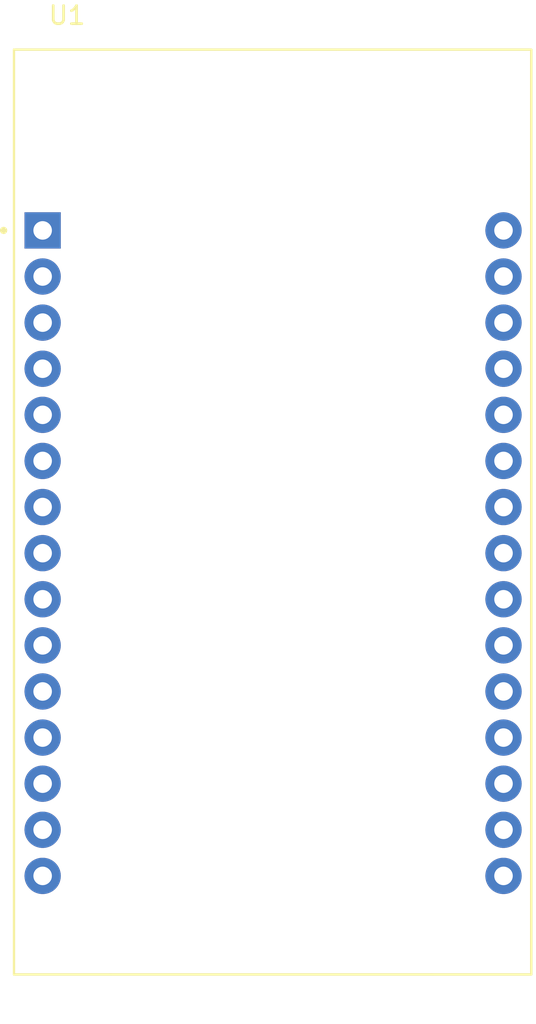
<source format=kicad_pcb>
(kicad_pcb (version 20241229) (generator "pcbnew") (generator_version "9.0")
  (layers (0 "F.Cu" signal) (2 "B.Cu" signal) (13 "F.Paste" user) (15 "B.Paste" user) (5 "F.SilkS" user "F.Silkscreen") (7 "B.SilkS" user "B.Silkscreen") (1 "F.Mask" user) (3 "B.Mask" user) (25 "Edge.Cuts" user))
  (net 0 "")
  (net 10 "Net-(U1-GND-Pad2)")
  (footprint "ESP32-DEVKIT-V1:MODULE_ESP32_DEVKIT_V1" (layer "F.Cu") (at 140.78 83.525)
    (property "Reference" "U1" (at -11.355 -27.36 0) (layer "F.SilkS"))
    (property "Value" "ESP32-DEVKIT-V1")
    (fp_line (start -14.28 -25.475) (end -3.211 -25.475) (stroke (width 0.127)) (layer "F.SilkS"))
    (fp_line (start -14.28 -25.475) (end 14.23 -25.475) (stroke (width 0.127)) (layer "F.SilkS"))
    (fp_line (start -14.28 25.475) (end -14.28 -25.475) (stroke (width 0.127)) (layer "F.SilkS"))
    (fp_line (start -14.28 25.475) (end -14.28 -25.475) (stroke (width 0.127)) (layer "F.SilkS"))
    (fp_line (start -14.28 25.475) (end -8.91 25.475) (stroke (width 0.127)) (layer "F.SilkS"))
    (fp_line (start -8.91 25.475) (end 8.78 25.475) (stroke (width 0.127)) (layer "F.SilkS"))
    (fp_line (start -3.211 -25.475) (end 3.5 -25.475) (stroke (width 0.127)) (layer "F.SilkS"))
    (fp_line (start 3.5 -25.475) (end 14.23 -25.475) (stroke (width 0.127)) (layer "F.SilkS"))
    (fp_line (start 8.78 25.475) (end 14.23 25.475) (stroke (width 0.127)) (layer "F.SilkS"))
    (fp_line (start 14.23 -25.475) (end 14.23 25.475) (stroke (width 0.127)) (layer "F.SilkS"))
    (fp_line (start 14.23 -25.475) (end 14.23 25.475) (stroke (width 0.127)) (layer "F.SilkS"))
    (fp_line (start 14.23 25.475) (end -14.28 25.475) (stroke (width 0.127)) (layer "F.SilkS"))
    (fp_circle (center -14.85 -15.515) (end -14.75 -15.515) (stroke (width 0.2)) (fill no) (layer "F.SilkS"))
    (pad "" np_thru_hole circle (at -12.28 -23.475) (size 3 3) (drill 3) (layers "*.Cu" "*.Mask"))
    (pad "" np_thru_hole circle (at -12.28 23.475) (size 3 3) (drill 3) (layers "*.Cu" "*.Mask"))
    (pad "" np_thru_hole circle (at 12.23 -23.475) (size 3 3) (drill 3) (layers "*.Cu" "*.Mask"))
    (pad "" np_thru_hole circle (at 12.23 23.475) (size 3 3) (drill 3) (layers "*.Cu" "*.Mask"))
    (pad "1" thru_hole rect (at -12.7 -15.515) (size 2 2) (drill 1.02) (layers "*.Cu" "*.Mask"))
    (pad "2" thru_hole circle (at -12.7 -12.975) (size 2 2) (drill 1.02) (layers "*.Cu" "*.Mask") (net 10 "Net-(U1-GND-Pad2)"))
    (pad "3" thru_hole circle (at -12.7 -10.435) (size 2 2) (drill 1.02) (layers "*.Cu" "*.Mask"))
    (pad "4" thru_hole circle (at -12.7 -7.895) (size 2 2) (drill 1.02) (layers "*.Cu" "*.Mask"))
    (pad "5" thru_hole circle (at -12.7 -5.355) (size 2 2) (drill 1.02) (layers "*.Cu" "*.Mask"))
    (pad "6" thru_hole circle (at -12.7 -2.815) (size 2 2) (drill 1.02) (layers "*.Cu" "*.Mask"))
    (pad "7" thru_hole circle (at -12.7 -0.275) (size 2 2) (drill 1.02) (layers "*.Cu" "*.Mask"))
    (pad "8" thru_hole circle (at -12.7 2.265) (size 2 2) (drill 1.02) (layers "*.Cu" "*.Mask"))
    (pad "9" thru_hole circle (at -12.7 4.805) (size 2 2) (drill 1.02) (layers "*.Cu" "*.Mask"))
    (pad "10" thru_hole circle (at -12.7 7.345) (size 2 2) (drill 1.02) (layers "*.Cu" "*.Mask"))
    (pad "11" thru_hole circle (at -12.7 9.885) (size 2 2) (drill 1.02) (layers "*.Cu" "*.Mask"))
    (pad "12" thru_hole circle (at -12.7 12.425) (size 2 2) (drill 1.02) (layers "*.Cu" "*.Mask"))
    (pad "13" thru_hole circle (at -12.7 14.965) (size 2 2) (drill 1.02) (layers "*.Cu" "*.Mask"))
    (pad "14" thru_hole circle (at -12.7 17.505) (size 2 2) (drill 1.02) (layers "*.Cu" "*.Mask"))
    (pad "15" thru_hole circle (at -12.7 20.045) (size 2 2) (drill 1.02) (layers "*.Cu" "*.Mask"))
    (pad "16" thru_hole circle (at 12.7 20.045) (size 2 2) (drill 1.02) (layers "*.Cu" "*.Mask"))
    (pad "17" thru_hole circle (at 12.7 17.505) (size 2 2) (drill 1.02) (layers "*.Cu" "*.Mask"))
    (pad "18" thru_hole circle (at 12.7 14.965) (size 2 2) (drill 1.02) (layers "*.Cu" "*.Mask"))
    (pad "19" thru_hole circle (at 12.7 12.425) (size 2 2) (drill 1.02) (layers "*.Cu" "*.Mask"))
    (pad "20" thru_hole circle (at 12.7 9.885) (size 2 2) (drill 1.02) (layers "*.Cu" "*.Mask"))
    (pad "21" thru_hole circle (at 12.7 7.345) (size 2 2) (drill 1.02) (layers "*.Cu" "*.Mask"))
    (pad "22" thru_hole circle (at 12.7 4.805) (size 2 2) (drill 1.02) (layers "*.Cu" "*.Mask"))
    (pad "23" thru_hole circle (at 12.7 2.265) (size 2 2) (drill 1.02) (layers "*.Cu" "*.Mask"))
    (pad "24" thru_hole circle (at 12.7 -0.275) (size 2 2) (drill 1.02) (layers "*.Cu" "*.Mask"))
    (pad "25" thru_hole circle (at 12.7 -2.815) (size 2 2) (drill 1.02) (layers "*.Cu" "*.Mask"))
    (pad "26" thru_hole circle (at 12.7 -5.355) (size 2 2) (drill 1.02) (layers "*.Cu" "*.Mask"))
    (pad "27" thru_hole circle (at 12.7 -7.895) (size 2 2) (drill 1.02) (layers "*.Cu" "*.Mask"))
    (pad "28" thru_hole circle (at 12.7 -10.435) (size 2 2) (drill 1.02) (layers "*.Cu" "*.Mask"))
    (pad "29" thru_hole circle (at 12.7 -12.975) (size 2 2) (drill 1.02) (layers "*.Cu" "*.Mask") (net 10 "Net-(U1-GND-Pad2)"))
    (pad "30" thru_hole circle (at 12.7 -15.515) (size 2 2) (drill 1.02) (layers "*.Cu" "*.Mask"))
  )
)
</source>
